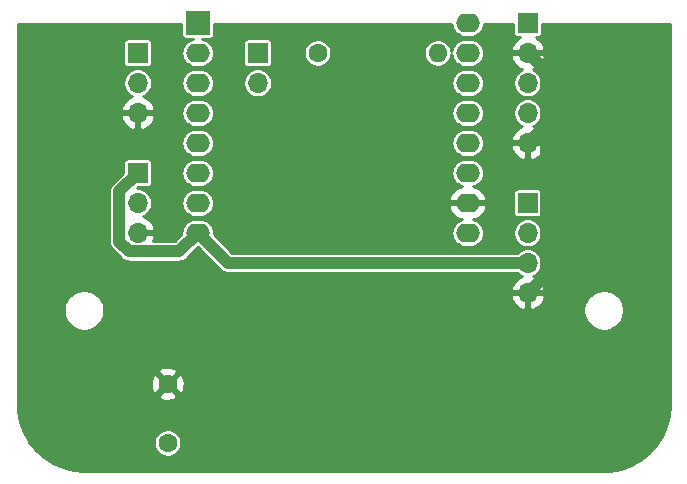
<source format=gbr>
%TF.GenerationSoftware,KiCad,Pcbnew,5.1.8*%
%TF.CreationDate,2020-11-27T01:12:46+01:00*%
%TF.ProjectId,co2box,636f3262-6f78-42e6-9b69-6361645f7063,v0*%
%TF.SameCoordinates,Original*%
%TF.FileFunction,Copper,L2,Bot*%
%TF.FilePolarity,Positive*%
%FSLAX46Y46*%
G04 Gerber Fmt 4.6, Leading zero omitted, Abs format (unit mm)*
G04 Created by KiCad (PCBNEW 5.1.8) date 2020-11-27 01:12:46*
%MOMM*%
%LPD*%
G01*
G04 APERTURE LIST*
%TA.AperFunction,ComponentPad*%
%ADD10O,1.600000X1.600000*%
%TD*%
%TA.AperFunction,ComponentPad*%
%ADD11C,1.600000*%
%TD*%
%TA.AperFunction,ComponentPad*%
%ADD12O,1.700000X1.700000*%
%TD*%
%TA.AperFunction,ComponentPad*%
%ADD13R,1.700000X1.700000*%
%TD*%
%TA.AperFunction,ComponentPad*%
%ADD14O,2.000000X1.600000*%
%TD*%
%TA.AperFunction,ComponentPad*%
%ADD15R,2.000000X2.000000*%
%TD*%
%TA.AperFunction,Conductor*%
%ADD16C,1.000000*%
%TD*%
%TA.AperFunction,Conductor*%
%ADD17C,0.250000*%
%TD*%
%TA.AperFunction,Conductor*%
%ADD18C,0.100000*%
%TD*%
G04 APERTURE END LIST*
D10*
%TO.P,R1,2*%
%TO.N,Net-(R1-Pad2)*%
X154940000Y-76200000D03*
D11*
%TO.P,R1,1*%
%TO.N,TO_DI*%
X144780000Y-76200000D03*
%TD*%
%TO.P,C1,2*%
%TO.N,GND*%
X132080000Y-104220000D03*
%TO.P,C1,1*%
%TO.N,+5V*%
X132080000Y-109220000D03*
%TD*%
D12*
%TO.P,J_WS2812B_1,3*%
%TO.N,GND*%
X129540000Y-81280000D03*
%TO.P,J_WS2812B_1,2*%
%TO.N,+5V*%
X129540000Y-78740000D03*
D13*
%TO.P,J_WS2812B_1,1*%
%TO.N,TO_DI*%
X129540000Y-76200000D03*
%TD*%
D12*
%TO.P,J_OLED_1,4*%
%TO.N,GND*%
X162560000Y-96520000D03*
%TO.P,J_OLED_1,3*%
%TO.N,+3V3*%
X162560000Y-93980000D03*
%TO.P,J_OLED_1,2*%
%TO.N,SCL*%
X162560000Y-91440000D03*
D13*
%TO.P,J_OLED_1,1*%
%TO.N,SDA*%
X162560000Y-88900000D03*
%TD*%
D12*
%TO.P,J_DHT22,3*%
%TO.N,GND*%
X129540000Y-91440000D03*
%TO.P,J_DHT22,2*%
%TO.N,DHT*%
X129540000Y-88900000D03*
D13*
%TO.P,J_DHT22,1*%
%TO.N,+3V3*%
X129540000Y-86360000D03*
%TD*%
D12*
%TO.P,J1,2*%
%TO.N,Net-(J1-Pad2)*%
X139700000Y-78740000D03*
D13*
%TO.P,J1,1*%
%TO.N,Net-(J1-Pad1)*%
X139700000Y-76200000D03*
%TD*%
D12*
%TO.P,J_CCS811,5*%
%TO.N,GND*%
X162560000Y-83820000D03*
%TO.P,J_CCS811,4*%
%TO.N,SDA*%
X162560000Y-81280000D03*
%TO.P,J_CCS811,3*%
%TO.N,SCL*%
X162560000Y-78740000D03*
%TO.P,J_CCS811,2*%
%TO.N,GND*%
X162560000Y-76200000D03*
D13*
%TO.P,J_CCS811,1*%
%TO.N,+3V3*%
X162560000Y-73660000D03*
%TD*%
D14*
%TO.P,U1,16*%
%TO.N,N/C*%
X157480000Y-73660000D03*
%TO.P,U1,15*%
%TO.N,Net-(R1-Pad2)*%
X157480000Y-76200000D03*
%TO.P,U1,14*%
%TO.N,SCL*%
X157480000Y-78740000D03*
%TO.P,U1,13*%
%TO.N,SDA*%
X157480000Y-81280000D03*
%TO.P,U1,12*%
%TO.N,N/C*%
X157480000Y-83820000D03*
%TO.P,U1,11*%
%TO.N,DHT*%
X157480000Y-86360000D03*
%TO.P,U1,10*%
%TO.N,GND*%
X157480000Y-88900000D03*
%TO.P,U1,9*%
%TO.N,+5V*%
X157480000Y-91440000D03*
%TO.P,U1,8*%
%TO.N,+3V3*%
X134620000Y-91440000D03*
%TO.P,U1,7*%
%TO.N,N/C*%
X134620000Y-88900000D03*
%TO.P,U1,6*%
X134620000Y-86360000D03*
%TO.P,U1,5*%
X134620000Y-83820000D03*
%TO.P,U1,4*%
X134620000Y-81280000D03*
%TO.P,U1,3*%
%TO.N,Net-(J1-Pad2)*%
X134620000Y-78740000D03*
D15*
%TO.P,U1,1*%
%TO.N,Net-(J1-Pad1)*%
X134620000Y-73660000D03*
D14*
%TO.P,U1,2*%
%TO.N,N/C*%
X134620000Y-76200000D03*
%TD*%
D16*
%TO.N,GND*%
X164110001Y-94969999D02*
X162560000Y-96520000D01*
X164110001Y-77750001D02*
X164110001Y-94969999D01*
X162560000Y-76200000D02*
X164110001Y-77750001D01*
X164110001Y-82269999D02*
X164110001Y-77750001D01*
X162560000Y-83820000D02*
X164110001Y-82269999D01*
%TO.N,+3V3*%
X127989999Y-87910001D02*
X129540000Y-86360000D01*
X128795999Y-92990001D02*
X127989999Y-92184001D01*
X133069999Y-92990001D02*
X128795999Y-92990001D01*
X127989999Y-92184001D02*
X127989999Y-87910001D01*
X134620000Y-91440000D02*
X133069999Y-92990001D01*
X137160000Y-93980000D02*
X134620000Y-91440000D01*
X162560000Y-93980000D02*
X137160000Y-93980000D01*
%TD*%
D17*
%TO.N,GND*%
X133243186Y-74660000D02*
X133250426Y-74733513D01*
X133271869Y-74804200D01*
X133306691Y-74869347D01*
X133353552Y-74926448D01*
X133410653Y-74973309D01*
X133475800Y-75008131D01*
X133546487Y-75029574D01*
X133620000Y-75036814D01*
X134242333Y-75036814D01*
X134189660Y-75042002D01*
X133968171Y-75109189D01*
X133764047Y-75218296D01*
X133585130Y-75365130D01*
X133438296Y-75544047D01*
X133329189Y-75748171D01*
X133262002Y-75969660D01*
X133239315Y-76200000D01*
X133262002Y-76430340D01*
X133329189Y-76651829D01*
X133438296Y-76855953D01*
X133585130Y-77034870D01*
X133764047Y-77181704D01*
X133968171Y-77290811D01*
X134189660Y-77357998D01*
X134362280Y-77375000D01*
X134877720Y-77375000D01*
X135050340Y-77357998D01*
X135271829Y-77290811D01*
X135475953Y-77181704D01*
X135654870Y-77034870D01*
X135801704Y-76855953D01*
X135910811Y-76651829D01*
X135977998Y-76430340D01*
X136000685Y-76200000D01*
X135977998Y-75969660D01*
X135910811Y-75748171D01*
X135801704Y-75544047D01*
X135654870Y-75365130D01*
X135636435Y-75350000D01*
X138473186Y-75350000D01*
X138473186Y-77050000D01*
X138480426Y-77123513D01*
X138501869Y-77194200D01*
X138536691Y-77259347D01*
X138583552Y-77316448D01*
X138640653Y-77363309D01*
X138705800Y-77398131D01*
X138776487Y-77419574D01*
X138850000Y-77426814D01*
X140550000Y-77426814D01*
X140623513Y-77419574D01*
X140694200Y-77398131D01*
X140759347Y-77363309D01*
X140816448Y-77316448D01*
X140863309Y-77259347D01*
X140898131Y-77194200D01*
X140919574Y-77123513D01*
X140926814Y-77050000D01*
X140926814Y-76084273D01*
X143605000Y-76084273D01*
X143605000Y-76315727D01*
X143650155Y-76542735D01*
X143738729Y-76756571D01*
X143867318Y-76949019D01*
X144030981Y-77112682D01*
X144223429Y-77241271D01*
X144437265Y-77329845D01*
X144664273Y-77375000D01*
X144895727Y-77375000D01*
X145122735Y-77329845D01*
X145336571Y-77241271D01*
X145529019Y-77112682D01*
X145692682Y-76949019D01*
X145821271Y-76756571D01*
X145909845Y-76542735D01*
X145955000Y-76315727D01*
X145955000Y-76084273D01*
X153765000Y-76084273D01*
X153765000Y-76315727D01*
X153810155Y-76542735D01*
X153898729Y-76756571D01*
X154027318Y-76949019D01*
X154190981Y-77112682D01*
X154383429Y-77241271D01*
X154597265Y-77329845D01*
X154824273Y-77375000D01*
X155055727Y-77375000D01*
X155282735Y-77329845D01*
X155496571Y-77241271D01*
X155689019Y-77112682D01*
X155852682Y-76949019D01*
X155981271Y-76756571D01*
X156069845Y-76542735D01*
X156112133Y-76330140D01*
X156122002Y-76430340D01*
X156189189Y-76651829D01*
X156298296Y-76855953D01*
X156445130Y-77034870D01*
X156624047Y-77181704D01*
X156828171Y-77290811D01*
X157049660Y-77357998D01*
X157222280Y-77375000D01*
X157737720Y-77375000D01*
X157910340Y-77357998D01*
X158131829Y-77290811D01*
X158335953Y-77181704D01*
X158514870Y-77034870D01*
X158661704Y-76855953D01*
X158770811Y-76651829D01*
X158799114Y-76558525D01*
X161120990Y-76558525D01*
X161164317Y-76701370D01*
X161288947Y-76964021D01*
X161462423Y-77197311D01*
X161678078Y-77392275D01*
X161927625Y-77541420D01*
X162102279Y-77603664D01*
X161979745Y-77654419D01*
X161779108Y-77788481D01*
X161608481Y-77959108D01*
X161474419Y-78159745D01*
X161382076Y-78382681D01*
X161335000Y-78619348D01*
X161335000Y-78860652D01*
X161382076Y-79097319D01*
X161474419Y-79320255D01*
X161608481Y-79520892D01*
X161779108Y-79691519D01*
X161979745Y-79825581D01*
X162202681Y-79917924D01*
X162439348Y-79965000D01*
X162680652Y-79965000D01*
X162917319Y-79917924D01*
X163140255Y-79825581D01*
X163340892Y-79691519D01*
X163511519Y-79520892D01*
X163645581Y-79320255D01*
X163737924Y-79097319D01*
X163785000Y-78860652D01*
X163785000Y-78619348D01*
X163737924Y-78382681D01*
X163645581Y-78159745D01*
X163511519Y-77959108D01*
X163340892Y-77788481D01*
X163140255Y-77654419D01*
X163017721Y-77603664D01*
X163192375Y-77541420D01*
X163441922Y-77392275D01*
X163657577Y-77197311D01*
X163831053Y-76964021D01*
X163955683Y-76701370D01*
X163999010Y-76558525D01*
X163878454Y-76329000D01*
X162689000Y-76329000D01*
X162689000Y-76349000D01*
X162431000Y-76349000D01*
X162431000Y-76329000D01*
X161241546Y-76329000D01*
X161120990Y-76558525D01*
X158799114Y-76558525D01*
X158837998Y-76430340D01*
X158860685Y-76200000D01*
X158837998Y-75969660D01*
X158770811Y-75748171D01*
X158661704Y-75544047D01*
X158514870Y-75365130D01*
X158335953Y-75218296D01*
X158131829Y-75109189D01*
X157910340Y-75042002D01*
X157737720Y-75025000D01*
X157222280Y-75025000D01*
X157049660Y-75042002D01*
X156828171Y-75109189D01*
X156624047Y-75218296D01*
X156445130Y-75365130D01*
X156298296Y-75544047D01*
X156189189Y-75748171D01*
X156122002Y-75969660D01*
X156112133Y-76069860D01*
X156069845Y-75857265D01*
X155981271Y-75643429D01*
X155852682Y-75450981D01*
X155689019Y-75287318D01*
X155496571Y-75158729D01*
X155282735Y-75070155D01*
X155055727Y-75025000D01*
X154824273Y-75025000D01*
X154597265Y-75070155D01*
X154383429Y-75158729D01*
X154190981Y-75287318D01*
X154027318Y-75450981D01*
X153898729Y-75643429D01*
X153810155Y-75857265D01*
X153765000Y-76084273D01*
X145955000Y-76084273D01*
X145909845Y-75857265D01*
X145821271Y-75643429D01*
X145692682Y-75450981D01*
X145529019Y-75287318D01*
X145336571Y-75158729D01*
X145122735Y-75070155D01*
X144895727Y-75025000D01*
X144664273Y-75025000D01*
X144437265Y-75070155D01*
X144223429Y-75158729D01*
X144030981Y-75287318D01*
X143867318Y-75450981D01*
X143738729Y-75643429D01*
X143650155Y-75857265D01*
X143605000Y-76084273D01*
X140926814Y-76084273D01*
X140926814Y-75350000D01*
X140919574Y-75276487D01*
X140898131Y-75205800D01*
X140863309Y-75140653D01*
X140816448Y-75083552D01*
X140759347Y-75036691D01*
X140694200Y-75001869D01*
X140623513Y-74980426D01*
X140550000Y-74973186D01*
X138850000Y-74973186D01*
X138776487Y-74980426D01*
X138705800Y-75001869D01*
X138640653Y-75036691D01*
X138583552Y-75083552D01*
X138536691Y-75140653D01*
X138501869Y-75205800D01*
X138480426Y-75276487D01*
X138473186Y-75350000D01*
X135636435Y-75350000D01*
X135475953Y-75218296D01*
X135271829Y-75109189D01*
X135050340Y-75042002D01*
X134997667Y-75036814D01*
X135620000Y-75036814D01*
X135693513Y-75029574D01*
X135764200Y-75008131D01*
X135829347Y-74973309D01*
X135886448Y-74926448D01*
X135933309Y-74869347D01*
X135968131Y-74804200D01*
X135989574Y-74733513D01*
X135996814Y-74660000D01*
X135996814Y-73785000D01*
X156111627Y-73785000D01*
X156122002Y-73890340D01*
X156189189Y-74111829D01*
X156298296Y-74315953D01*
X156445130Y-74494870D01*
X156624047Y-74641704D01*
X156828171Y-74750811D01*
X157049660Y-74817998D01*
X157222280Y-74835000D01*
X157737720Y-74835000D01*
X157910340Y-74817998D01*
X158131829Y-74750811D01*
X158335953Y-74641704D01*
X158514870Y-74494870D01*
X158661704Y-74315953D01*
X158770811Y-74111829D01*
X158837998Y-73890340D01*
X158848373Y-73785000D01*
X161333186Y-73785000D01*
X161333186Y-74510000D01*
X161340426Y-74583513D01*
X161361869Y-74654200D01*
X161396691Y-74719347D01*
X161443552Y-74776448D01*
X161500653Y-74823309D01*
X161565800Y-74858131D01*
X161636487Y-74879574D01*
X161710000Y-74886814D01*
X161880384Y-74886814D01*
X161678078Y-75007725D01*
X161462423Y-75202689D01*
X161288947Y-75435979D01*
X161164317Y-75698630D01*
X161120990Y-75841475D01*
X161241546Y-76071000D01*
X162431000Y-76071000D01*
X162431000Y-76051000D01*
X162689000Y-76051000D01*
X162689000Y-76071000D01*
X163878454Y-76071000D01*
X163999010Y-75841475D01*
X163955683Y-75698630D01*
X163831053Y-75435979D01*
X163657577Y-75202689D01*
X163441922Y-75007725D01*
X163239616Y-74886814D01*
X163410000Y-74886814D01*
X163483513Y-74879574D01*
X163554200Y-74858131D01*
X163619347Y-74823309D01*
X163676448Y-74776448D01*
X163723309Y-74719347D01*
X163758131Y-74654200D01*
X163779574Y-74583513D01*
X163786814Y-74510000D01*
X163786814Y-73785000D01*
X174600001Y-73785000D01*
X174600000Y-105983585D01*
X174523473Y-106914404D01*
X174299958Y-107804253D01*
X173934110Y-108645647D01*
X173435751Y-109415992D01*
X172818274Y-110094589D01*
X172098241Y-110663237D01*
X171295017Y-111106641D01*
X170430147Y-111412907D01*
X169519971Y-111575034D01*
X168990573Y-111600000D01*
X125016415Y-111600000D01*
X124085596Y-111523473D01*
X123195747Y-111299958D01*
X122354353Y-110934110D01*
X121584008Y-110435751D01*
X120905411Y-109818274D01*
X120341527Y-109104273D01*
X130905000Y-109104273D01*
X130905000Y-109335727D01*
X130950155Y-109562735D01*
X131038729Y-109776571D01*
X131167318Y-109969019D01*
X131330981Y-110132682D01*
X131523429Y-110261271D01*
X131737265Y-110349845D01*
X131964273Y-110395000D01*
X132195727Y-110395000D01*
X132422735Y-110349845D01*
X132636571Y-110261271D01*
X132829019Y-110132682D01*
X132992682Y-109969019D01*
X133121271Y-109776571D01*
X133209845Y-109562735D01*
X133255000Y-109335727D01*
X133255000Y-109104273D01*
X133209845Y-108877265D01*
X133121271Y-108663429D01*
X132992682Y-108470981D01*
X132829019Y-108307318D01*
X132636571Y-108178729D01*
X132422735Y-108090155D01*
X132195727Y-108045000D01*
X131964273Y-108045000D01*
X131737265Y-108090155D01*
X131523429Y-108178729D01*
X131330981Y-108307318D01*
X131167318Y-108470981D01*
X131038729Y-108663429D01*
X130950155Y-108877265D01*
X130905000Y-109104273D01*
X120341527Y-109104273D01*
X120336763Y-109098241D01*
X119893359Y-108295017D01*
X119587093Y-107430147D01*
X119424966Y-106519971D01*
X119400000Y-105990573D01*
X119400000Y-105212902D01*
X131269531Y-105212902D01*
X131341394Y-105456071D01*
X131596732Y-105576415D01*
X131870641Y-105644632D01*
X132152596Y-105658102D01*
X132431761Y-105616307D01*
X132697408Y-105520852D01*
X132818606Y-105456071D01*
X132890469Y-105212902D01*
X132080000Y-104402434D01*
X131269531Y-105212902D01*
X119400000Y-105212902D01*
X119400000Y-104292596D01*
X130641898Y-104292596D01*
X130683693Y-104571761D01*
X130779148Y-104837408D01*
X130843929Y-104958606D01*
X131087098Y-105030469D01*
X131897566Y-104220000D01*
X132262434Y-104220000D01*
X133072902Y-105030469D01*
X133316071Y-104958606D01*
X133436415Y-104703268D01*
X133504632Y-104429359D01*
X133518102Y-104147404D01*
X133476307Y-103868239D01*
X133380852Y-103602592D01*
X133316071Y-103481394D01*
X133072902Y-103409531D01*
X132262434Y-104220000D01*
X131897566Y-104220000D01*
X131087098Y-103409531D01*
X130843929Y-103481394D01*
X130723585Y-103736732D01*
X130655368Y-104010641D01*
X130641898Y-104292596D01*
X119400000Y-104292596D01*
X119400000Y-103227098D01*
X131269531Y-103227098D01*
X132080000Y-104037566D01*
X132890469Y-103227098D01*
X132818606Y-102983929D01*
X132563268Y-102863585D01*
X132289359Y-102795368D01*
X132007404Y-102781898D01*
X131728239Y-102823693D01*
X131462592Y-102919148D01*
X131341394Y-102983929D01*
X131269531Y-103227098D01*
X119400000Y-103227098D01*
X119400000Y-97830102D01*
X123275000Y-97830102D01*
X123275000Y-98169898D01*
X123341290Y-98503164D01*
X123471324Y-98817094D01*
X123660105Y-99099624D01*
X123900376Y-99339895D01*
X124182906Y-99528676D01*
X124496836Y-99658710D01*
X124830102Y-99725000D01*
X125169898Y-99725000D01*
X125503164Y-99658710D01*
X125817094Y-99528676D01*
X126099624Y-99339895D01*
X126339895Y-99099624D01*
X126528676Y-98817094D01*
X126658710Y-98503164D01*
X126725000Y-98169898D01*
X126725000Y-97830102D01*
X126658710Y-97496836D01*
X126528676Y-97182906D01*
X126339895Y-96900376D01*
X126318044Y-96878525D01*
X161120990Y-96878525D01*
X161164317Y-97021370D01*
X161288947Y-97284021D01*
X161462423Y-97517311D01*
X161678078Y-97712275D01*
X161927625Y-97861420D01*
X162201474Y-97959015D01*
X162431000Y-97839134D01*
X162431000Y-96649000D01*
X162689000Y-96649000D01*
X162689000Y-97839134D01*
X162918526Y-97959015D01*
X163192375Y-97861420D01*
X163244775Y-97830102D01*
X167275000Y-97830102D01*
X167275000Y-98169898D01*
X167341290Y-98503164D01*
X167471324Y-98817094D01*
X167660105Y-99099624D01*
X167900376Y-99339895D01*
X168182906Y-99528676D01*
X168496836Y-99658710D01*
X168830102Y-99725000D01*
X169169898Y-99725000D01*
X169503164Y-99658710D01*
X169817094Y-99528676D01*
X170099624Y-99339895D01*
X170339895Y-99099624D01*
X170528676Y-98817094D01*
X170658710Y-98503164D01*
X170725000Y-98169898D01*
X170725000Y-97830102D01*
X170658710Y-97496836D01*
X170528676Y-97182906D01*
X170339895Y-96900376D01*
X170099624Y-96660105D01*
X169817094Y-96471324D01*
X169503164Y-96341290D01*
X169169898Y-96275000D01*
X168830102Y-96275000D01*
X168496836Y-96341290D01*
X168182906Y-96471324D01*
X167900376Y-96660105D01*
X167660105Y-96900376D01*
X167471324Y-97182906D01*
X167341290Y-97496836D01*
X167275000Y-97830102D01*
X163244775Y-97830102D01*
X163441922Y-97712275D01*
X163657577Y-97517311D01*
X163831053Y-97284021D01*
X163955683Y-97021370D01*
X163999010Y-96878525D01*
X163878454Y-96649000D01*
X162689000Y-96649000D01*
X162431000Y-96649000D01*
X161241546Y-96649000D01*
X161120990Y-96878525D01*
X126318044Y-96878525D01*
X126099624Y-96660105D01*
X125817094Y-96471324D01*
X125503164Y-96341290D01*
X125169898Y-96275000D01*
X124830102Y-96275000D01*
X124496836Y-96341290D01*
X124182906Y-96471324D01*
X123900376Y-96660105D01*
X123660105Y-96900376D01*
X123471324Y-97182906D01*
X123341290Y-97496836D01*
X123275000Y-97830102D01*
X119400000Y-97830102D01*
X119400000Y-87910001D01*
X127110766Y-87910001D01*
X127115000Y-87952990D01*
X127114999Y-92141022D01*
X127110766Y-92184001D01*
X127114999Y-92226979D01*
X127127660Y-92355530D01*
X127177694Y-92520468D01*
X127258943Y-92672476D01*
X127368287Y-92805713D01*
X127401679Y-92833117D01*
X128146887Y-93578326D01*
X128174287Y-93611713D01*
X128307523Y-93721057D01*
X128459531Y-93802306D01*
X128624468Y-93852340D01*
X128795998Y-93869234D01*
X128838977Y-93865001D01*
X133027020Y-93865001D01*
X133069999Y-93869234D01*
X133112978Y-93865001D01*
X133241529Y-93852340D01*
X133406467Y-93802306D01*
X133558475Y-93721057D01*
X133691711Y-93611713D01*
X133719116Y-93578320D01*
X134620000Y-92677436D01*
X136510888Y-94568325D01*
X136538288Y-94601712D01*
X136671524Y-94711056D01*
X136823532Y-94792305D01*
X136950080Y-94830694D01*
X136988469Y-94842339D01*
X137159999Y-94859233D01*
X137202978Y-94855000D01*
X161702589Y-94855000D01*
X161779108Y-94931519D01*
X161979745Y-95065581D01*
X162102279Y-95116336D01*
X161927625Y-95178580D01*
X161678078Y-95327725D01*
X161462423Y-95522689D01*
X161288947Y-95755979D01*
X161164317Y-96018630D01*
X161120990Y-96161475D01*
X161241546Y-96391000D01*
X162431000Y-96391000D01*
X162431000Y-96371000D01*
X162689000Y-96371000D01*
X162689000Y-96391000D01*
X163878454Y-96391000D01*
X163999010Y-96161475D01*
X163955683Y-96018630D01*
X163831053Y-95755979D01*
X163657577Y-95522689D01*
X163441922Y-95327725D01*
X163192375Y-95178580D01*
X163017721Y-95116336D01*
X163140255Y-95065581D01*
X163340892Y-94931519D01*
X163511519Y-94760892D01*
X163645581Y-94560255D01*
X163737924Y-94337319D01*
X163785000Y-94100652D01*
X163785000Y-93859348D01*
X163737924Y-93622681D01*
X163645581Y-93399745D01*
X163511519Y-93199108D01*
X163340892Y-93028481D01*
X163140255Y-92894419D01*
X162917319Y-92802076D01*
X162680652Y-92755000D01*
X162439348Y-92755000D01*
X162202681Y-92802076D01*
X161979745Y-92894419D01*
X161779108Y-93028481D01*
X161702589Y-93105000D01*
X137522437Y-93105000D01*
X135987841Y-91570405D01*
X136000685Y-91440000D01*
X135977998Y-91209660D01*
X135910811Y-90988171D01*
X135801704Y-90784047D01*
X135654870Y-90605130D01*
X135475953Y-90458296D01*
X135271829Y-90349189D01*
X135050340Y-90282002D01*
X134877720Y-90265000D01*
X134362280Y-90265000D01*
X134189660Y-90282002D01*
X133968171Y-90349189D01*
X133764047Y-90458296D01*
X133585130Y-90605130D01*
X133438296Y-90784047D01*
X133329189Y-90988171D01*
X133262002Y-91209660D01*
X133239315Y-91440000D01*
X133252159Y-91570405D01*
X132707563Y-92115001D01*
X130853294Y-92115001D01*
X130935683Y-91941370D01*
X130979010Y-91798525D01*
X130858454Y-91569000D01*
X129669000Y-91569000D01*
X129669000Y-91589000D01*
X129411000Y-91589000D01*
X129411000Y-91569000D01*
X129391000Y-91569000D01*
X129391000Y-91311000D01*
X129411000Y-91311000D01*
X129411000Y-91291000D01*
X129669000Y-91291000D01*
X129669000Y-91311000D01*
X130858454Y-91311000D01*
X130979010Y-91081475D01*
X130935683Y-90938630D01*
X130811053Y-90675979D01*
X130637577Y-90442689D01*
X130421922Y-90247725D01*
X130172375Y-90098580D01*
X129997721Y-90036336D01*
X130120255Y-89985581D01*
X130320892Y-89851519D01*
X130491519Y-89680892D01*
X130625581Y-89480255D01*
X130717924Y-89257319D01*
X130765000Y-89020652D01*
X130765000Y-88900000D01*
X133239315Y-88900000D01*
X133262002Y-89130340D01*
X133329189Y-89351829D01*
X133438296Y-89555953D01*
X133585130Y-89734870D01*
X133764047Y-89881704D01*
X133968171Y-89990811D01*
X134189660Y-90057998D01*
X134362280Y-90075000D01*
X134877720Y-90075000D01*
X135050340Y-90057998D01*
X135271829Y-89990811D01*
X135475953Y-89881704D01*
X135654870Y-89734870D01*
X135801704Y-89555953D01*
X135910811Y-89351829D01*
X135941496Y-89250672D01*
X155890569Y-89250672D01*
X155900068Y-89304309D01*
X156005460Y-89565752D01*
X156159832Y-89801610D01*
X156357251Y-90002820D01*
X156590131Y-90161649D01*
X156849522Y-90271994D01*
X156987600Y-90300827D01*
X156828171Y-90349189D01*
X156624047Y-90458296D01*
X156445130Y-90605130D01*
X156298296Y-90784047D01*
X156189189Y-90988171D01*
X156122002Y-91209660D01*
X156099315Y-91440000D01*
X156122002Y-91670340D01*
X156189189Y-91891829D01*
X156298296Y-92095953D01*
X156445130Y-92274870D01*
X156624047Y-92421704D01*
X156828171Y-92530811D01*
X157049660Y-92597998D01*
X157222280Y-92615000D01*
X157737720Y-92615000D01*
X157910340Y-92597998D01*
X158131829Y-92530811D01*
X158335953Y-92421704D01*
X158514870Y-92274870D01*
X158661704Y-92095953D01*
X158770811Y-91891829D01*
X158837998Y-91670340D01*
X158860685Y-91440000D01*
X158848802Y-91319348D01*
X161335000Y-91319348D01*
X161335000Y-91560652D01*
X161382076Y-91797319D01*
X161474419Y-92020255D01*
X161608481Y-92220892D01*
X161779108Y-92391519D01*
X161979745Y-92525581D01*
X162202681Y-92617924D01*
X162439348Y-92665000D01*
X162680652Y-92665000D01*
X162917319Y-92617924D01*
X163140255Y-92525581D01*
X163340892Y-92391519D01*
X163511519Y-92220892D01*
X163645581Y-92020255D01*
X163737924Y-91797319D01*
X163785000Y-91560652D01*
X163785000Y-91319348D01*
X163737924Y-91082681D01*
X163645581Y-90859745D01*
X163511519Y-90659108D01*
X163340892Y-90488481D01*
X163140255Y-90354419D01*
X162917319Y-90262076D01*
X162680652Y-90215000D01*
X162439348Y-90215000D01*
X162202681Y-90262076D01*
X161979745Y-90354419D01*
X161779108Y-90488481D01*
X161608481Y-90659108D01*
X161474419Y-90859745D01*
X161382076Y-91082681D01*
X161335000Y-91319348D01*
X158848802Y-91319348D01*
X158837998Y-91209660D01*
X158770811Y-90988171D01*
X158661704Y-90784047D01*
X158514870Y-90605130D01*
X158335953Y-90458296D01*
X158131829Y-90349189D01*
X157972400Y-90300827D01*
X158110478Y-90271994D01*
X158369869Y-90161649D01*
X158602749Y-90002820D01*
X158800168Y-89801610D01*
X158954540Y-89565752D01*
X159059932Y-89304309D01*
X159069431Y-89250672D01*
X158948206Y-89029000D01*
X157609000Y-89029000D01*
X157609000Y-89049000D01*
X157351000Y-89049000D01*
X157351000Y-89029000D01*
X156011794Y-89029000D01*
X155890569Y-89250672D01*
X135941496Y-89250672D01*
X135977998Y-89130340D01*
X136000685Y-88900000D01*
X135977998Y-88669660D01*
X135941497Y-88549328D01*
X155890569Y-88549328D01*
X156011794Y-88771000D01*
X157351000Y-88771000D01*
X157351000Y-88751000D01*
X157609000Y-88751000D01*
X157609000Y-88771000D01*
X158948206Y-88771000D01*
X159069431Y-88549328D01*
X159059932Y-88495691D01*
X158954540Y-88234248D01*
X158833948Y-88050000D01*
X161333186Y-88050000D01*
X161333186Y-89750000D01*
X161340426Y-89823513D01*
X161361869Y-89894200D01*
X161396691Y-89959347D01*
X161443552Y-90016448D01*
X161500653Y-90063309D01*
X161565800Y-90098131D01*
X161636487Y-90119574D01*
X161710000Y-90126814D01*
X163410000Y-90126814D01*
X163483513Y-90119574D01*
X163554200Y-90098131D01*
X163619347Y-90063309D01*
X163676448Y-90016448D01*
X163723309Y-89959347D01*
X163758131Y-89894200D01*
X163779574Y-89823513D01*
X163786814Y-89750000D01*
X163786814Y-88050000D01*
X163779574Y-87976487D01*
X163758131Y-87905800D01*
X163723309Y-87840653D01*
X163676448Y-87783552D01*
X163619347Y-87736691D01*
X163554200Y-87701869D01*
X163483513Y-87680426D01*
X163410000Y-87673186D01*
X161710000Y-87673186D01*
X161636487Y-87680426D01*
X161565800Y-87701869D01*
X161500653Y-87736691D01*
X161443552Y-87783552D01*
X161396691Y-87840653D01*
X161361869Y-87905800D01*
X161340426Y-87976487D01*
X161333186Y-88050000D01*
X158833948Y-88050000D01*
X158800168Y-87998390D01*
X158602749Y-87797180D01*
X158369869Y-87638351D01*
X158110478Y-87528006D01*
X157972400Y-87499173D01*
X158131829Y-87450811D01*
X158335953Y-87341704D01*
X158514870Y-87194870D01*
X158661704Y-87015953D01*
X158770811Y-86811829D01*
X158837998Y-86590340D01*
X158860685Y-86360000D01*
X158837998Y-86129660D01*
X158770811Y-85908171D01*
X158661704Y-85704047D01*
X158514870Y-85525130D01*
X158335953Y-85378296D01*
X158131829Y-85269189D01*
X157910340Y-85202002D01*
X157737720Y-85185000D01*
X157222280Y-85185000D01*
X157049660Y-85202002D01*
X156828171Y-85269189D01*
X156624047Y-85378296D01*
X156445130Y-85525130D01*
X156298296Y-85704047D01*
X156189189Y-85908171D01*
X156122002Y-86129660D01*
X156099315Y-86360000D01*
X156122002Y-86590340D01*
X156189189Y-86811829D01*
X156298296Y-87015953D01*
X156445130Y-87194870D01*
X156624047Y-87341704D01*
X156828171Y-87450811D01*
X156987600Y-87499173D01*
X156849522Y-87528006D01*
X156590131Y-87638351D01*
X156357251Y-87797180D01*
X156159832Y-87998390D01*
X156005460Y-88234248D01*
X155900068Y-88495691D01*
X155890569Y-88549328D01*
X135941497Y-88549328D01*
X135910811Y-88448171D01*
X135801704Y-88244047D01*
X135654870Y-88065130D01*
X135475953Y-87918296D01*
X135271829Y-87809189D01*
X135050340Y-87742002D01*
X134877720Y-87725000D01*
X134362280Y-87725000D01*
X134189660Y-87742002D01*
X133968171Y-87809189D01*
X133764047Y-87918296D01*
X133585130Y-88065130D01*
X133438296Y-88244047D01*
X133329189Y-88448171D01*
X133262002Y-88669660D01*
X133239315Y-88900000D01*
X130765000Y-88900000D01*
X130765000Y-88779348D01*
X130717924Y-88542681D01*
X130625581Y-88319745D01*
X130491519Y-88119108D01*
X130320892Y-87948481D01*
X130120255Y-87814419D01*
X129897319Y-87722076D01*
X129660652Y-87675000D01*
X129462436Y-87675000D01*
X129550622Y-87586814D01*
X130390000Y-87586814D01*
X130463513Y-87579574D01*
X130534200Y-87558131D01*
X130599347Y-87523309D01*
X130656448Y-87476448D01*
X130703309Y-87419347D01*
X130738131Y-87354200D01*
X130759574Y-87283513D01*
X130766814Y-87210000D01*
X130766814Y-86360000D01*
X133239315Y-86360000D01*
X133262002Y-86590340D01*
X133329189Y-86811829D01*
X133438296Y-87015953D01*
X133585130Y-87194870D01*
X133764047Y-87341704D01*
X133968171Y-87450811D01*
X134189660Y-87517998D01*
X134362280Y-87535000D01*
X134877720Y-87535000D01*
X135050340Y-87517998D01*
X135271829Y-87450811D01*
X135475953Y-87341704D01*
X135654870Y-87194870D01*
X135801704Y-87015953D01*
X135910811Y-86811829D01*
X135977998Y-86590340D01*
X136000685Y-86360000D01*
X135977998Y-86129660D01*
X135910811Y-85908171D01*
X135801704Y-85704047D01*
X135654870Y-85525130D01*
X135475953Y-85378296D01*
X135271829Y-85269189D01*
X135050340Y-85202002D01*
X134877720Y-85185000D01*
X134362280Y-85185000D01*
X134189660Y-85202002D01*
X133968171Y-85269189D01*
X133764047Y-85378296D01*
X133585130Y-85525130D01*
X133438296Y-85704047D01*
X133329189Y-85908171D01*
X133262002Y-86129660D01*
X133239315Y-86360000D01*
X130766814Y-86360000D01*
X130766814Y-85510000D01*
X130759574Y-85436487D01*
X130738131Y-85365800D01*
X130703309Y-85300653D01*
X130656448Y-85243552D01*
X130599347Y-85196691D01*
X130534200Y-85161869D01*
X130463513Y-85140426D01*
X130390000Y-85133186D01*
X128690000Y-85133186D01*
X128616487Y-85140426D01*
X128545800Y-85161869D01*
X128480653Y-85196691D01*
X128423552Y-85243552D01*
X128376691Y-85300653D01*
X128341869Y-85365800D01*
X128320426Y-85436487D01*
X128313186Y-85510000D01*
X128313186Y-86349378D01*
X127401675Y-87260889D01*
X127368288Y-87288289D01*
X127258944Y-87421525D01*
X127215515Y-87502775D01*
X127177694Y-87573534D01*
X127127660Y-87738472D01*
X127110766Y-87910001D01*
X119400000Y-87910001D01*
X119400000Y-83820000D01*
X133239315Y-83820000D01*
X133262002Y-84050340D01*
X133329189Y-84271829D01*
X133438296Y-84475953D01*
X133585130Y-84654870D01*
X133764047Y-84801704D01*
X133968171Y-84910811D01*
X134189660Y-84977998D01*
X134362280Y-84995000D01*
X134877720Y-84995000D01*
X135050340Y-84977998D01*
X135271829Y-84910811D01*
X135475953Y-84801704D01*
X135654870Y-84654870D01*
X135801704Y-84475953D01*
X135910811Y-84271829D01*
X135977998Y-84050340D01*
X136000685Y-83820000D01*
X156099315Y-83820000D01*
X156122002Y-84050340D01*
X156189189Y-84271829D01*
X156298296Y-84475953D01*
X156445130Y-84654870D01*
X156624047Y-84801704D01*
X156828171Y-84910811D01*
X157049660Y-84977998D01*
X157222280Y-84995000D01*
X157737720Y-84995000D01*
X157910340Y-84977998D01*
X158131829Y-84910811D01*
X158335953Y-84801704D01*
X158514870Y-84654870D01*
X158661704Y-84475953D01*
X158770811Y-84271829D01*
X158799114Y-84178525D01*
X161120990Y-84178525D01*
X161164317Y-84321370D01*
X161288947Y-84584021D01*
X161462423Y-84817311D01*
X161678078Y-85012275D01*
X161927625Y-85161420D01*
X162201474Y-85259015D01*
X162431000Y-85139134D01*
X162431000Y-83949000D01*
X162689000Y-83949000D01*
X162689000Y-85139134D01*
X162918526Y-85259015D01*
X163192375Y-85161420D01*
X163441922Y-85012275D01*
X163657577Y-84817311D01*
X163831053Y-84584021D01*
X163955683Y-84321370D01*
X163999010Y-84178525D01*
X163878454Y-83949000D01*
X162689000Y-83949000D01*
X162431000Y-83949000D01*
X161241546Y-83949000D01*
X161120990Y-84178525D01*
X158799114Y-84178525D01*
X158837998Y-84050340D01*
X158860685Y-83820000D01*
X158837998Y-83589660D01*
X158799115Y-83461475D01*
X161120990Y-83461475D01*
X161241546Y-83691000D01*
X162431000Y-83691000D01*
X162431000Y-83671000D01*
X162689000Y-83671000D01*
X162689000Y-83691000D01*
X163878454Y-83691000D01*
X163999010Y-83461475D01*
X163955683Y-83318630D01*
X163831053Y-83055979D01*
X163657577Y-82822689D01*
X163441922Y-82627725D01*
X163192375Y-82478580D01*
X163017721Y-82416336D01*
X163140255Y-82365581D01*
X163340892Y-82231519D01*
X163511519Y-82060892D01*
X163645581Y-81860255D01*
X163737924Y-81637319D01*
X163785000Y-81400652D01*
X163785000Y-81159348D01*
X163737924Y-80922681D01*
X163645581Y-80699745D01*
X163511519Y-80499108D01*
X163340892Y-80328481D01*
X163140255Y-80194419D01*
X162917319Y-80102076D01*
X162680652Y-80055000D01*
X162439348Y-80055000D01*
X162202681Y-80102076D01*
X161979745Y-80194419D01*
X161779108Y-80328481D01*
X161608481Y-80499108D01*
X161474419Y-80699745D01*
X161382076Y-80922681D01*
X161335000Y-81159348D01*
X161335000Y-81400652D01*
X161382076Y-81637319D01*
X161474419Y-81860255D01*
X161608481Y-82060892D01*
X161779108Y-82231519D01*
X161979745Y-82365581D01*
X162102279Y-82416336D01*
X161927625Y-82478580D01*
X161678078Y-82627725D01*
X161462423Y-82822689D01*
X161288947Y-83055979D01*
X161164317Y-83318630D01*
X161120990Y-83461475D01*
X158799115Y-83461475D01*
X158770811Y-83368171D01*
X158661704Y-83164047D01*
X158514870Y-82985130D01*
X158335953Y-82838296D01*
X158131829Y-82729189D01*
X157910340Y-82662002D01*
X157737720Y-82645000D01*
X157222280Y-82645000D01*
X157049660Y-82662002D01*
X156828171Y-82729189D01*
X156624047Y-82838296D01*
X156445130Y-82985130D01*
X156298296Y-83164047D01*
X156189189Y-83368171D01*
X156122002Y-83589660D01*
X156099315Y-83820000D01*
X136000685Y-83820000D01*
X135977998Y-83589660D01*
X135910811Y-83368171D01*
X135801704Y-83164047D01*
X135654870Y-82985130D01*
X135475953Y-82838296D01*
X135271829Y-82729189D01*
X135050340Y-82662002D01*
X134877720Y-82645000D01*
X134362280Y-82645000D01*
X134189660Y-82662002D01*
X133968171Y-82729189D01*
X133764047Y-82838296D01*
X133585130Y-82985130D01*
X133438296Y-83164047D01*
X133329189Y-83368171D01*
X133262002Y-83589660D01*
X133239315Y-83820000D01*
X119400000Y-83820000D01*
X119400000Y-81638525D01*
X128100990Y-81638525D01*
X128144317Y-81781370D01*
X128268947Y-82044021D01*
X128442423Y-82277311D01*
X128658078Y-82472275D01*
X128907625Y-82621420D01*
X129181474Y-82719015D01*
X129411000Y-82599134D01*
X129411000Y-81409000D01*
X129669000Y-81409000D01*
X129669000Y-82599134D01*
X129898526Y-82719015D01*
X130172375Y-82621420D01*
X130421922Y-82472275D01*
X130637577Y-82277311D01*
X130811053Y-82044021D01*
X130935683Y-81781370D01*
X130979010Y-81638525D01*
X130858454Y-81409000D01*
X129669000Y-81409000D01*
X129411000Y-81409000D01*
X128221546Y-81409000D01*
X128100990Y-81638525D01*
X119400000Y-81638525D01*
X119400000Y-81280000D01*
X133239315Y-81280000D01*
X133262002Y-81510340D01*
X133329189Y-81731829D01*
X133438296Y-81935953D01*
X133585130Y-82114870D01*
X133764047Y-82261704D01*
X133968171Y-82370811D01*
X134189660Y-82437998D01*
X134362280Y-82455000D01*
X134877720Y-82455000D01*
X135050340Y-82437998D01*
X135271829Y-82370811D01*
X135475953Y-82261704D01*
X135654870Y-82114870D01*
X135801704Y-81935953D01*
X135910811Y-81731829D01*
X135977998Y-81510340D01*
X136000685Y-81280000D01*
X156099315Y-81280000D01*
X156122002Y-81510340D01*
X156189189Y-81731829D01*
X156298296Y-81935953D01*
X156445130Y-82114870D01*
X156624047Y-82261704D01*
X156828171Y-82370811D01*
X157049660Y-82437998D01*
X157222280Y-82455000D01*
X157737720Y-82455000D01*
X157910340Y-82437998D01*
X158131829Y-82370811D01*
X158335953Y-82261704D01*
X158514870Y-82114870D01*
X158661704Y-81935953D01*
X158770811Y-81731829D01*
X158837998Y-81510340D01*
X158860685Y-81280000D01*
X158837998Y-81049660D01*
X158770811Y-80828171D01*
X158661704Y-80624047D01*
X158514870Y-80445130D01*
X158335953Y-80298296D01*
X158131829Y-80189189D01*
X157910340Y-80122002D01*
X157737720Y-80105000D01*
X157222280Y-80105000D01*
X157049660Y-80122002D01*
X156828171Y-80189189D01*
X156624047Y-80298296D01*
X156445130Y-80445130D01*
X156298296Y-80624047D01*
X156189189Y-80828171D01*
X156122002Y-81049660D01*
X156099315Y-81280000D01*
X136000685Y-81280000D01*
X135977998Y-81049660D01*
X135910811Y-80828171D01*
X135801704Y-80624047D01*
X135654870Y-80445130D01*
X135475953Y-80298296D01*
X135271829Y-80189189D01*
X135050340Y-80122002D01*
X134877720Y-80105000D01*
X134362280Y-80105000D01*
X134189660Y-80122002D01*
X133968171Y-80189189D01*
X133764047Y-80298296D01*
X133585130Y-80445130D01*
X133438296Y-80624047D01*
X133329189Y-80828171D01*
X133262002Y-81049660D01*
X133239315Y-81280000D01*
X119400000Y-81280000D01*
X119400000Y-80921475D01*
X128100990Y-80921475D01*
X128221546Y-81151000D01*
X129411000Y-81151000D01*
X129411000Y-81131000D01*
X129669000Y-81131000D01*
X129669000Y-81151000D01*
X130858454Y-81151000D01*
X130979010Y-80921475D01*
X130935683Y-80778630D01*
X130811053Y-80515979D01*
X130637577Y-80282689D01*
X130421922Y-80087725D01*
X130172375Y-79938580D01*
X129997721Y-79876336D01*
X130120255Y-79825581D01*
X130320892Y-79691519D01*
X130491519Y-79520892D01*
X130625581Y-79320255D01*
X130717924Y-79097319D01*
X130765000Y-78860652D01*
X130765000Y-78740000D01*
X133239315Y-78740000D01*
X133262002Y-78970340D01*
X133329189Y-79191829D01*
X133438296Y-79395953D01*
X133585130Y-79574870D01*
X133764047Y-79721704D01*
X133968171Y-79830811D01*
X134189660Y-79897998D01*
X134362280Y-79915000D01*
X134877720Y-79915000D01*
X135050340Y-79897998D01*
X135271829Y-79830811D01*
X135475953Y-79721704D01*
X135654870Y-79574870D01*
X135801704Y-79395953D01*
X135910811Y-79191829D01*
X135977998Y-78970340D01*
X136000685Y-78740000D01*
X135988802Y-78619348D01*
X138475000Y-78619348D01*
X138475000Y-78860652D01*
X138522076Y-79097319D01*
X138614419Y-79320255D01*
X138748481Y-79520892D01*
X138919108Y-79691519D01*
X139119745Y-79825581D01*
X139342681Y-79917924D01*
X139579348Y-79965000D01*
X139820652Y-79965000D01*
X140057319Y-79917924D01*
X140280255Y-79825581D01*
X140480892Y-79691519D01*
X140651519Y-79520892D01*
X140785581Y-79320255D01*
X140877924Y-79097319D01*
X140925000Y-78860652D01*
X140925000Y-78740000D01*
X156099315Y-78740000D01*
X156122002Y-78970340D01*
X156189189Y-79191829D01*
X156298296Y-79395953D01*
X156445130Y-79574870D01*
X156624047Y-79721704D01*
X156828171Y-79830811D01*
X157049660Y-79897998D01*
X157222280Y-79915000D01*
X157737720Y-79915000D01*
X157910340Y-79897998D01*
X158131829Y-79830811D01*
X158335953Y-79721704D01*
X158514870Y-79574870D01*
X158661704Y-79395953D01*
X158770811Y-79191829D01*
X158837998Y-78970340D01*
X158860685Y-78740000D01*
X158837998Y-78509660D01*
X158770811Y-78288171D01*
X158661704Y-78084047D01*
X158514870Y-77905130D01*
X158335953Y-77758296D01*
X158131829Y-77649189D01*
X157910340Y-77582002D01*
X157737720Y-77565000D01*
X157222280Y-77565000D01*
X157049660Y-77582002D01*
X156828171Y-77649189D01*
X156624047Y-77758296D01*
X156445130Y-77905130D01*
X156298296Y-78084047D01*
X156189189Y-78288171D01*
X156122002Y-78509660D01*
X156099315Y-78740000D01*
X140925000Y-78740000D01*
X140925000Y-78619348D01*
X140877924Y-78382681D01*
X140785581Y-78159745D01*
X140651519Y-77959108D01*
X140480892Y-77788481D01*
X140280255Y-77654419D01*
X140057319Y-77562076D01*
X139820652Y-77515000D01*
X139579348Y-77515000D01*
X139342681Y-77562076D01*
X139119745Y-77654419D01*
X138919108Y-77788481D01*
X138748481Y-77959108D01*
X138614419Y-78159745D01*
X138522076Y-78382681D01*
X138475000Y-78619348D01*
X135988802Y-78619348D01*
X135977998Y-78509660D01*
X135910811Y-78288171D01*
X135801704Y-78084047D01*
X135654870Y-77905130D01*
X135475953Y-77758296D01*
X135271829Y-77649189D01*
X135050340Y-77582002D01*
X134877720Y-77565000D01*
X134362280Y-77565000D01*
X134189660Y-77582002D01*
X133968171Y-77649189D01*
X133764047Y-77758296D01*
X133585130Y-77905130D01*
X133438296Y-78084047D01*
X133329189Y-78288171D01*
X133262002Y-78509660D01*
X133239315Y-78740000D01*
X130765000Y-78740000D01*
X130765000Y-78619348D01*
X130717924Y-78382681D01*
X130625581Y-78159745D01*
X130491519Y-77959108D01*
X130320892Y-77788481D01*
X130120255Y-77654419D01*
X129897319Y-77562076D01*
X129660652Y-77515000D01*
X129419348Y-77515000D01*
X129182681Y-77562076D01*
X128959745Y-77654419D01*
X128759108Y-77788481D01*
X128588481Y-77959108D01*
X128454419Y-78159745D01*
X128362076Y-78382681D01*
X128315000Y-78619348D01*
X128315000Y-78860652D01*
X128362076Y-79097319D01*
X128454419Y-79320255D01*
X128588481Y-79520892D01*
X128759108Y-79691519D01*
X128959745Y-79825581D01*
X129082279Y-79876336D01*
X128907625Y-79938580D01*
X128658078Y-80087725D01*
X128442423Y-80282689D01*
X128268947Y-80515979D01*
X128144317Y-80778630D01*
X128100990Y-80921475D01*
X119400000Y-80921475D01*
X119400000Y-75350000D01*
X128313186Y-75350000D01*
X128313186Y-77050000D01*
X128320426Y-77123513D01*
X128341869Y-77194200D01*
X128376691Y-77259347D01*
X128423552Y-77316448D01*
X128480653Y-77363309D01*
X128545800Y-77398131D01*
X128616487Y-77419574D01*
X128690000Y-77426814D01*
X130390000Y-77426814D01*
X130463513Y-77419574D01*
X130534200Y-77398131D01*
X130599347Y-77363309D01*
X130656448Y-77316448D01*
X130703309Y-77259347D01*
X130738131Y-77194200D01*
X130759574Y-77123513D01*
X130766814Y-77050000D01*
X130766814Y-75350000D01*
X130759574Y-75276487D01*
X130738131Y-75205800D01*
X130703309Y-75140653D01*
X130656448Y-75083552D01*
X130599347Y-75036691D01*
X130534200Y-75001869D01*
X130463513Y-74980426D01*
X130390000Y-74973186D01*
X128690000Y-74973186D01*
X128616487Y-74980426D01*
X128545800Y-75001869D01*
X128480653Y-75036691D01*
X128423552Y-75083552D01*
X128376691Y-75140653D01*
X128341869Y-75205800D01*
X128320426Y-75276487D01*
X128313186Y-75350000D01*
X119400000Y-75350000D01*
X119400000Y-73785000D01*
X133243186Y-73785000D01*
X133243186Y-74660000D01*
%TA.AperFunction,Conductor*%
D18*
G36*
X133243186Y-74660000D02*
G01*
X133250426Y-74733513D01*
X133271869Y-74804200D01*
X133306691Y-74869347D01*
X133353552Y-74926448D01*
X133410653Y-74973309D01*
X133475800Y-75008131D01*
X133546487Y-75029574D01*
X133620000Y-75036814D01*
X134242333Y-75036814D01*
X134189660Y-75042002D01*
X133968171Y-75109189D01*
X133764047Y-75218296D01*
X133585130Y-75365130D01*
X133438296Y-75544047D01*
X133329189Y-75748171D01*
X133262002Y-75969660D01*
X133239315Y-76200000D01*
X133262002Y-76430340D01*
X133329189Y-76651829D01*
X133438296Y-76855953D01*
X133585130Y-77034870D01*
X133764047Y-77181704D01*
X133968171Y-77290811D01*
X134189660Y-77357998D01*
X134362280Y-77375000D01*
X134877720Y-77375000D01*
X135050340Y-77357998D01*
X135271829Y-77290811D01*
X135475953Y-77181704D01*
X135654870Y-77034870D01*
X135801704Y-76855953D01*
X135910811Y-76651829D01*
X135977998Y-76430340D01*
X136000685Y-76200000D01*
X135977998Y-75969660D01*
X135910811Y-75748171D01*
X135801704Y-75544047D01*
X135654870Y-75365130D01*
X135636435Y-75350000D01*
X138473186Y-75350000D01*
X138473186Y-77050000D01*
X138480426Y-77123513D01*
X138501869Y-77194200D01*
X138536691Y-77259347D01*
X138583552Y-77316448D01*
X138640653Y-77363309D01*
X138705800Y-77398131D01*
X138776487Y-77419574D01*
X138850000Y-77426814D01*
X140550000Y-77426814D01*
X140623513Y-77419574D01*
X140694200Y-77398131D01*
X140759347Y-77363309D01*
X140816448Y-77316448D01*
X140863309Y-77259347D01*
X140898131Y-77194200D01*
X140919574Y-77123513D01*
X140926814Y-77050000D01*
X140926814Y-76084273D01*
X143605000Y-76084273D01*
X143605000Y-76315727D01*
X143650155Y-76542735D01*
X143738729Y-76756571D01*
X143867318Y-76949019D01*
X144030981Y-77112682D01*
X144223429Y-77241271D01*
X144437265Y-77329845D01*
X144664273Y-77375000D01*
X144895727Y-77375000D01*
X145122735Y-77329845D01*
X145336571Y-77241271D01*
X145529019Y-77112682D01*
X145692682Y-76949019D01*
X145821271Y-76756571D01*
X145909845Y-76542735D01*
X145955000Y-76315727D01*
X145955000Y-76084273D01*
X153765000Y-76084273D01*
X153765000Y-76315727D01*
X153810155Y-76542735D01*
X153898729Y-76756571D01*
X154027318Y-76949019D01*
X154190981Y-77112682D01*
X154383429Y-77241271D01*
X154597265Y-77329845D01*
X154824273Y-77375000D01*
X155055727Y-77375000D01*
X155282735Y-77329845D01*
X155496571Y-77241271D01*
X155689019Y-77112682D01*
X155852682Y-76949019D01*
X155981271Y-76756571D01*
X156069845Y-76542735D01*
X156112133Y-76330140D01*
X156122002Y-76430340D01*
X156189189Y-76651829D01*
X156298296Y-76855953D01*
X156445130Y-77034870D01*
X156624047Y-77181704D01*
X156828171Y-77290811D01*
X157049660Y-77357998D01*
X157222280Y-77375000D01*
X157737720Y-77375000D01*
X157910340Y-77357998D01*
X158131829Y-77290811D01*
X158335953Y-77181704D01*
X158514870Y-77034870D01*
X158661704Y-76855953D01*
X158770811Y-76651829D01*
X158799114Y-76558525D01*
X161120990Y-76558525D01*
X161164317Y-76701370D01*
X161288947Y-76964021D01*
X161462423Y-77197311D01*
X161678078Y-77392275D01*
X161927625Y-77541420D01*
X162102279Y-77603664D01*
X161979745Y-77654419D01*
X161779108Y-77788481D01*
X161608481Y-77959108D01*
X161474419Y-78159745D01*
X161382076Y-78382681D01*
X161335000Y-78619348D01*
X161335000Y-78860652D01*
X161382076Y-79097319D01*
X161474419Y-79320255D01*
X161608481Y-79520892D01*
X161779108Y-79691519D01*
X161979745Y-79825581D01*
X162202681Y-79917924D01*
X162439348Y-79965000D01*
X162680652Y-79965000D01*
X162917319Y-79917924D01*
X163140255Y-79825581D01*
X163340892Y-79691519D01*
X163511519Y-79520892D01*
X163645581Y-79320255D01*
X163737924Y-79097319D01*
X163785000Y-78860652D01*
X163785000Y-78619348D01*
X163737924Y-78382681D01*
X163645581Y-78159745D01*
X163511519Y-77959108D01*
X163340892Y-77788481D01*
X163140255Y-77654419D01*
X163017721Y-77603664D01*
X163192375Y-77541420D01*
X163441922Y-77392275D01*
X163657577Y-77197311D01*
X163831053Y-76964021D01*
X163955683Y-76701370D01*
X163999010Y-76558525D01*
X163878454Y-76329000D01*
X162689000Y-76329000D01*
X162689000Y-76349000D01*
X162431000Y-76349000D01*
X162431000Y-76329000D01*
X161241546Y-76329000D01*
X161120990Y-76558525D01*
X158799114Y-76558525D01*
X158837998Y-76430340D01*
X158860685Y-76200000D01*
X158837998Y-75969660D01*
X158770811Y-75748171D01*
X158661704Y-75544047D01*
X158514870Y-75365130D01*
X158335953Y-75218296D01*
X158131829Y-75109189D01*
X157910340Y-75042002D01*
X157737720Y-75025000D01*
X157222280Y-75025000D01*
X157049660Y-75042002D01*
X156828171Y-75109189D01*
X156624047Y-75218296D01*
X156445130Y-75365130D01*
X156298296Y-75544047D01*
X156189189Y-75748171D01*
X156122002Y-75969660D01*
X156112133Y-76069860D01*
X156069845Y-75857265D01*
X155981271Y-75643429D01*
X155852682Y-75450981D01*
X155689019Y-75287318D01*
X155496571Y-75158729D01*
X155282735Y-75070155D01*
X155055727Y-75025000D01*
X154824273Y-75025000D01*
X154597265Y-75070155D01*
X154383429Y-75158729D01*
X154190981Y-75287318D01*
X154027318Y-75450981D01*
X153898729Y-75643429D01*
X153810155Y-75857265D01*
X153765000Y-76084273D01*
X145955000Y-76084273D01*
X145909845Y-75857265D01*
X145821271Y-75643429D01*
X145692682Y-75450981D01*
X145529019Y-75287318D01*
X145336571Y-75158729D01*
X145122735Y-75070155D01*
X144895727Y-75025000D01*
X144664273Y-75025000D01*
X144437265Y-75070155D01*
X144223429Y-75158729D01*
X144030981Y-75287318D01*
X143867318Y-75450981D01*
X143738729Y-75643429D01*
X143650155Y-75857265D01*
X143605000Y-76084273D01*
X140926814Y-76084273D01*
X140926814Y-75350000D01*
X140919574Y-75276487D01*
X140898131Y-75205800D01*
X140863309Y-75140653D01*
X140816448Y-75083552D01*
X140759347Y-75036691D01*
X140694200Y-75001869D01*
X140623513Y-74980426D01*
X140550000Y-74973186D01*
X138850000Y-74973186D01*
X138776487Y-74980426D01*
X138705800Y-75001869D01*
X138640653Y-75036691D01*
X138583552Y-75083552D01*
X138536691Y-75140653D01*
X138501869Y-75205800D01*
X138480426Y-75276487D01*
X138473186Y-75350000D01*
X135636435Y-75350000D01*
X135475953Y-75218296D01*
X135271829Y-75109189D01*
X135050340Y-75042002D01*
X134997667Y-75036814D01*
X135620000Y-75036814D01*
X135693513Y-75029574D01*
X135764200Y-75008131D01*
X135829347Y-74973309D01*
X135886448Y-74926448D01*
X135933309Y-74869347D01*
X135968131Y-74804200D01*
X135989574Y-74733513D01*
X135996814Y-74660000D01*
X135996814Y-73785000D01*
X156111627Y-73785000D01*
X156122002Y-73890340D01*
X156189189Y-74111829D01*
X156298296Y-74315953D01*
X156445130Y-74494870D01*
X156624047Y-74641704D01*
X156828171Y-74750811D01*
X157049660Y-74817998D01*
X157222280Y-74835000D01*
X157737720Y-74835000D01*
X157910340Y-74817998D01*
X158131829Y-74750811D01*
X158335953Y-74641704D01*
X158514870Y-74494870D01*
X158661704Y-74315953D01*
X158770811Y-74111829D01*
X158837998Y-73890340D01*
X158848373Y-73785000D01*
X161333186Y-73785000D01*
X161333186Y-74510000D01*
X161340426Y-74583513D01*
X161361869Y-74654200D01*
X161396691Y-74719347D01*
X161443552Y-74776448D01*
X161500653Y-74823309D01*
X161565800Y-74858131D01*
X161636487Y-74879574D01*
X161710000Y-74886814D01*
X161880384Y-74886814D01*
X161678078Y-75007725D01*
X161462423Y-75202689D01*
X161288947Y-75435979D01*
X161164317Y-75698630D01*
X161120990Y-75841475D01*
X161241546Y-76071000D01*
X162431000Y-76071000D01*
X162431000Y-76051000D01*
X162689000Y-76051000D01*
X162689000Y-76071000D01*
X163878454Y-76071000D01*
X163999010Y-75841475D01*
X163955683Y-75698630D01*
X163831053Y-75435979D01*
X163657577Y-75202689D01*
X163441922Y-75007725D01*
X163239616Y-74886814D01*
X163410000Y-74886814D01*
X163483513Y-74879574D01*
X163554200Y-74858131D01*
X163619347Y-74823309D01*
X163676448Y-74776448D01*
X163723309Y-74719347D01*
X163758131Y-74654200D01*
X163779574Y-74583513D01*
X163786814Y-74510000D01*
X163786814Y-73785000D01*
X174600001Y-73785000D01*
X174600000Y-105983585D01*
X174523473Y-106914404D01*
X174299958Y-107804253D01*
X173934110Y-108645647D01*
X173435751Y-109415992D01*
X172818274Y-110094589D01*
X172098241Y-110663237D01*
X171295017Y-111106641D01*
X170430147Y-111412907D01*
X169519971Y-111575034D01*
X168990573Y-111600000D01*
X125016415Y-111600000D01*
X124085596Y-111523473D01*
X123195747Y-111299958D01*
X122354353Y-110934110D01*
X121584008Y-110435751D01*
X120905411Y-109818274D01*
X120341527Y-109104273D01*
X130905000Y-109104273D01*
X130905000Y-109335727D01*
X130950155Y-109562735D01*
X131038729Y-109776571D01*
X131167318Y-109969019D01*
X131330981Y-110132682D01*
X131523429Y-110261271D01*
X131737265Y-110349845D01*
X131964273Y-110395000D01*
X132195727Y-110395000D01*
X132422735Y-110349845D01*
X132636571Y-110261271D01*
X132829019Y-110132682D01*
X132992682Y-109969019D01*
X133121271Y-109776571D01*
X133209845Y-109562735D01*
X133255000Y-109335727D01*
X133255000Y-109104273D01*
X133209845Y-108877265D01*
X133121271Y-108663429D01*
X132992682Y-108470981D01*
X132829019Y-108307318D01*
X132636571Y-108178729D01*
X132422735Y-108090155D01*
X132195727Y-108045000D01*
X131964273Y-108045000D01*
X131737265Y-108090155D01*
X131523429Y-108178729D01*
X131330981Y-108307318D01*
X131167318Y-108470981D01*
X131038729Y-108663429D01*
X130950155Y-108877265D01*
X130905000Y-109104273D01*
X120341527Y-109104273D01*
X120336763Y-109098241D01*
X119893359Y-108295017D01*
X119587093Y-107430147D01*
X119424966Y-106519971D01*
X119400000Y-105990573D01*
X119400000Y-105212902D01*
X131269531Y-105212902D01*
X131341394Y-105456071D01*
X131596732Y-105576415D01*
X131870641Y-105644632D01*
X132152596Y-105658102D01*
X132431761Y-105616307D01*
X132697408Y-105520852D01*
X132818606Y-105456071D01*
X132890469Y-105212902D01*
X132080000Y-104402434D01*
X131269531Y-105212902D01*
X119400000Y-105212902D01*
X119400000Y-104292596D01*
X130641898Y-104292596D01*
X130683693Y-104571761D01*
X130779148Y-104837408D01*
X130843929Y-104958606D01*
X131087098Y-105030469D01*
X131897566Y-104220000D01*
X132262434Y-104220000D01*
X133072902Y-105030469D01*
X133316071Y-104958606D01*
X133436415Y-104703268D01*
X133504632Y-104429359D01*
X133518102Y-104147404D01*
X133476307Y-103868239D01*
X133380852Y-103602592D01*
X133316071Y-103481394D01*
X133072902Y-103409531D01*
X132262434Y-104220000D01*
X131897566Y-104220000D01*
X131087098Y-103409531D01*
X130843929Y-103481394D01*
X130723585Y-103736732D01*
X130655368Y-104010641D01*
X130641898Y-104292596D01*
X119400000Y-104292596D01*
X119400000Y-103227098D01*
X131269531Y-103227098D01*
X132080000Y-104037566D01*
X132890469Y-103227098D01*
X132818606Y-102983929D01*
X132563268Y-102863585D01*
X132289359Y-102795368D01*
X132007404Y-102781898D01*
X131728239Y-102823693D01*
X131462592Y-102919148D01*
X131341394Y-102983929D01*
X131269531Y-103227098D01*
X119400000Y-103227098D01*
X119400000Y-97830102D01*
X123275000Y-97830102D01*
X123275000Y-98169898D01*
X123341290Y-98503164D01*
X123471324Y-98817094D01*
X123660105Y-99099624D01*
X123900376Y-99339895D01*
X124182906Y-99528676D01*
X124496836Y-99658710D01*
X124830102Y-99725000D01*
X125169898Y-99725000D01*
X125503164Y-99658710D01*
X125817094Y-99528676D01*
X126099624Y-99339895D01*
X126339895Y-99099624D01*
X126528676Y-98817094D01*
X126658710Y-98503164D01*
X126725000Y-98169898D01*
X126725000Y-97830102D01*
X126658710Y-97496836D01*
X126528676Y-97182906D01*
X126339895Y-96900376D01*
X126318044Y-96878525D01*
X161120990Y-96878525D01*
X161164317Y-97021370D01*
X161288947Y-97284021D01*
X161462423Y-97517311D01*
X161678078Y-97712275D01*
X161927625Y-97861420D01*
X162201474Y-97959015D01*
X162431000Y-97839134D01*
X162431000Y-96649000D01*
X162689000Y-96649000D01*
X162689000Y-97839134D01*
X162918526Y-97959015D01*
X163192375Y-97861420D01*
X163244775Y-97830102D01*
X167275000Y-97830102D01*
X167275000Y-98169898D01*
X167341290Y-98503164D01*
X167471324Y-98817094D01*
X167660105Y-99099624D01*
X167900376Y-99339895D01*
X168182906Y-99528676D01*
X168496836Y-99658710D01*
X168830102Y-99725000D01*
X169169898Y-99725000D01*
X169503164Y-99658710D01*
X169817094Y-99528676D01*
X170099624Y-99339895D01*
X170339895Y-99099624D01*
X170528676Y-98817094D01*
X170658710Y-98503164D01*
X170725000Y-98169898D01*
X170725000Y-97830102D01*
X170658710Y-97496836D01*
X170528676Y-97182906D01*
X170339895Y-96900376D01*
X170099624Y-96660105D01*
X169817094Y-96471324D01*
X169503164Y-96341290D01*
X169169898Y-96275000D01*
X168830102Y-96275000D01*
X168496836Y-96341290D01*
X168182906Y-96471324D01*
X167900376Y-96660105D01*
X167660105Y-96900376D01*
X167471324Y-97182906D01*
X167341290Y-97496836D01*
X167275000Y-97830102D01*
X163244775Y-97830102D01*
X163441922Y-97712275D01*
X163657577Y-97517311D01*
X163831053Y-97284021D01*
X163955683Y-97021370D01*
X163999010Y-96878525D01*
X163878454Y-96649000D01*
X162689000Y-96649000D01*
X162431000Y-96649000D01*
X161241546Y-96649000D01*
X161120990Y-96878525D01*
X126318044Y-96878525D01*
X126099624Y-96660105D01*
X125817094Y-96471324D01*
X125503164Y-96341290D01*
X125169898Y-96275000D01*
X124830102Y-96275000D01*
X124496836Y-96341290D01*
X124182906Y-96471324D01*
X123900376Y-96660105D01*
X123660105Y-96900376D01*
X123471324Y-97182906D01*
X123341290Y-97496836D01*
X123275000Y-97830102D01*
X119400000Y-97830102D01*
X119400000Y-87910001D01*
X127110766Y-87910001D01*
X127115000Y-87952990D01*
X127114999Y-92141022D01*
X127110766Y-92184001D01*
X127114999Y-92226979D01*
X127127660Y-92355530D01*
X127177694Y-92520468D01*
X127258943Y-92672476D01*
X127368287Y-92805713D01*
X127401679Y-92833117D01*
X128146887Y-93578326D01*
X128174287Y-93611713D01*
X128307523Y-93721057D01*
X128459531Y-93802306D01*
X128624468Y-93852340D01*
X128795998Y-93869234D01*
X128838977Y-93865001D01*
X133027020Y-93865001D01*
X133069999Y-93869234D01*
X133112978Y-93865001D01*
X133241529Y-93852340D01*
X133406467Y-93802306D01*
X133558475Y-93721057D01*
X133691711Y-93611713D01*
X133719116Y-93578320D01*
X134620000Y-92677436D01*
X136510888Y-94568325D01*
X136538288Y-94601712D01*
X136671524Y-94711056D01*
X136823532Y-94792305D01*
X136950080Y-94830694D01*
X136988469Y-94842339D01*
X137159999Y-94859233D01*
X137202978Y-94855000D01*
X161702589Y-94855000D01*
X161779108Y-94931519D01*
X161979745Y-95065581D01*
X162102279Y-95116336D01*
X161927625Y-95178580D01*
X161678078Y-95327725D01*
X161462423Y-95522689D01*
X161288947Y-95755979D01*
X161164317Y-96018630D01*
X161120990Y-96161475D01*
X161241546Y-96391000D01*
X162431000Y-96391000D01*
X162431000Y-96371000D01*
X162689000Y-96371000D01*
X162689000Y-96391000D01*
X163878454Y-96391000D01*
X163999010Y-96161475D01*
X163955683Y-96018630D01*
X163831053Y-95755979D01*
X163657577Y-95522689D01*
X163441922Y-95327725D01*
X163192375Y-95178580D01*
X163017721Y-95116336D01*
X163140255Y-95065581D01*
X163340892Y-94931519D01*
X163511519Y-94760892D01*
X163645581Y-94560255D01*
X163737924Y-94337319D01*
X163785000Y-94100652D01*
X163785000Y-93859348D01*
X163737924Y-93622681D01*
X163645581Y-93399745D01*
X163511519Y-93199108D01*
X163340892Y-93028481D01*
X163140255Y-92894419D01*
X162917319Y-92802076D01*
X162680652Y-92755000D01*
X162439348Y-92755000D01*
X162202681Y-92802076D01*
X161979745Y-92894419D01*
X161779108Y-93028481D01*
X161702589Y-93105000D01*
X137522437Y-93105000D01*
X135987841Y-91570405D01*
X136000685Y-91440000D01*
X135977998Y-91209660D01*
X135910811Y-90988171D01*
X135801704Y-90784047D01*
X135654870Y-90605130D01*
X135475953Y-90458296D01*
X135271829Y-90349189D01*
X135050340Y-90282002D01*
X134877720Y-90265000D01*
X134362280Y-90265000D01*
X134189660Y-90282002D01*
X133968171Y-90349189D01*
X133764047Y-90458296D01*
X133585130Y-90605130D01*
X133438296Y-90784047D01*
X133329189Y-90988171D01*
X133262002Y-91209660D01*
X133239315Y-91440000D01*
X133252159Y-91570405D01*
X132707563Y-92115001D01*
X130853294Y-92115001D01*
X130935683Y-91941370D01*
X130979010Y-91798525D01*
X130858454Y-91569000D01*
X129669000Y-91569000D01*
X129669000Y-91589000D01*
X129411000Y-91589000D01*
X129411000Y-91569000D01*
X129391000Y-91569000D01*
X129391000Y-91311000D01*
X129411000Y-91311000D01*
X129411000Y-91291000D01*
X129669000Y-91291000D01*
X129669000Y-91311000D01*
X130858454Y-91311000D01*
X130979010Y-91081475D01*
X130935683Y-90938630D01*
X130811053Y-90675979D01*
X130637577Y-90442689D01*
X130421922Y-90247725D01*
X130172375Y-90098580D01*
X129997721Y-90036336D01*
X130120255Y-89985581D01*
X130320892Y-89851519D01*
X130491519Y-89680892D01*
X130625581Y-89480255D01*
X130717924Y-89257319D01*
X130765000Y-89020652D01*
X130765000Y-88900000D01*
X133239315Y-88900000D01*
X133262002Y-89130340D01*
X133329189Y-89351829D01*
X133438296Y-89555953D01*
X133585130Y-89734870D01*
X133764047Y-89881704D01*
X133968171Y-89990811D01*
X134189660Y-90057998D01*
X134362280Y-90075000D01*
X134877720Y-90075000D01*
X135050340Y-90057998D01*
X135271829Y-89990811D01*
X135475953Y-89881704D01*
X135654870Y-89734870D01*
X135801704Y-89555953D01*
X135910811Y-89351829D01*
X135941496Y-89250672D01*
X155890569Y-89250672D01*
X155900068Y-89304309D01*
X156005460Y-89565752D01*
X156159832Y-89801610D01*
X156357251Y-90002820D01*
X156590131Y-90161649D01*
X156849522Y-90271994D01*
X156987600Y-90300827D01*
X156828171Y-90349189D01*
X156624047Y-90458296D01*
X156445130Y-90605130D01*
X156298296Y-90784047D01*
X156189189Y-90988171D01*
X156122002Y-91209660D01*
X156099315Y-91440000D01*
X156122002Y-91670340D01*
X156189189Y-91891829D01*
X156298296Y-92095953D01*
X156445130Y-92274870D01*
X156624047Y-92421704D01*
X156828171Y-92530811D01*
X157049660Y-92597998D01*
X157222280Y-92615000D01*
X157737720Y-92615000D01*
X157910340Y-92597998D01*
X158131829Y-92530811D01*
X158335953Y-92421704D01*
X158514870Y-92274870D01*
X158661704Y-92095953D01*
X158770811Y-91891829D01*
X158837998Y-91670340D01*
X158860685Y-91440000D01*
X158848802Y-91319348D01*
X161335000Y-91319348D01*
X161335000Y-91560652D01*
X161382076Y-91797319D01*
X161474419Y-92020255D01*
X161608481Y-92220892D01*
X161779108Y-92391519D01*
X161979745Y-92525581D01*
X162202681Y-92617924D01*
X162439348Y-92665000D01*
X162680652Y-92665000D01*
X162917319Y-92617924D01*
X163140255Y-92525581D01*
X163340892Y-92391519D01*
X163511519Y-92220892D01*
X163645581Y-92020255D01*
X163737924Y-91797319D01*
X163785000Y-91560652D01*
X163785000Y-91319348D01*
X163737924Y-91082681D01*
X163645581Y-90859745D01*
X163511519Y-90659108D01*
X163340892Y-90488481D01*
X163140255Y-90354419D01*
X162917319Y-90262076D01*
X162680652Y-90215000D01*
X162439348Y-90215000D01*
X162202681Y-90262076D01*
X161979745Y-90354419D01*
X161779108Y-90488481D01*
X161608481Y-90659108D01*
X161474419Y-90859745D01*
X161382076Y-91082681D01*
X161335000Y-91319348D01*
X158848802Y-91319348D01*
X158837998Y-91209660D01*
X158770811Y-90988171D01*
X158661704Y-90784047D01*
X158514870Y-90605130D01*
X158335953Y-90458296D01*
X158131829Y-90349189D01*
X157972400Y-90300827D01*
X158110478Y-90271994D01*
X158369869Y-90161649D01*
X158602749Y-90002820D01*
X158800168Y-89801610D01*
X158954540Y-89565752D01*
X159059932Y-89304309D01*
X159069431Y-89250672D01*
X158948206Y-89029000D01*
X157609000Y-89029000D01*
X157609000Y-89049000D01*
X157351000Y-89049000D01*
X157351000Y-89029000D01*
X156011794Y-89029000D01*
X155890569Y-89250672D01*
X135941496Y-89250672D01*
X135977998Y-89130340D01*
X136000685Y-88900000D01*
X135977998Y-88669660D01*
X135941497Y-88549328D01*
X155890569Y-88549328D01*
X156011794Y-88771000D01*
X157351000Y-88771000D01*
X157351000Y-88751000D01*
X157609000Y-88751000D01*
X157609000Y-88771000D01*
X158948206Y-88771000D01*
X159069431Y-88549328D01*
X159059932Y-88495691D01*
X158954540Y-88234248D01*
X158833948Y-88050000D01*
X161333186Y-88050000D01*
X161333186Y-89750000D01*
X161340426Y-89823513D01*
X161361869Y-89894200D01*
X161396691Y-89959347D01*
X161443552Y-90016448D01*
X161500653Y-90063309D01*
X161565800Y-90098131D01*
X161636487Y-90119574D01*
X161710000Y-90126814D01*
X163410000Y-90126814D01*
X163483513Y-90119574D01*
X163554200Y-90098131D01*
X163619347Y-90063309D01*
X163676448Y-90016448D01*
X163723309Y-89959347D01*
X163758131Y-89894200D01*
X163779574Y-89823513D01*
X163786814Y-89750000D01*
X163786814Y-88050000D01*
X163779574Y-87976487D01*
X163758131Y-87905800D01*
X163723309Y-87840653D01*
X163676448Y-87783552D01*
X163619347Y-87736691D01*
X163554200Y-87701869D01*
X163483513Y-87680426D01*
X163410000Y-87673186D01*
X161710000Y-87673186D01*
X161636487Y-87680426D01*
X161565800Y-87701869D01*
X161500653Y-87736691D01*
X161443552Y-87783552D01*
X161396691Y-87840653D01*
X161361869Y-87905800D01*
X161340426Y-87976487D01*
X161333186Y-88050000D01*
X158833948Y-88050000D01*
X158800168Y-87998390D01*
X158602749Y-87797180D01*
X158369869Y-87638351D01*
X158110478Y-87528006D01*
X157972400Y-87499173D01*
X158131829Y-87450811D01*
X158335953Y-87341704D01*
X158514870Y-87194870D01*
X158661704Y-87015953D01*
X158770811Y-86811829D01*
X158837998Y-86590340D01*
X158860685Y-86360000D01*
X158837998Y-86129660D01*
X158770811Y-85908171D01*
X158661704Y-85704047D01*
X158514870Y-85525130D01*
X158335953Y-85378296D01*
X158131829Y-85269189D01*
X157910340Y-85202002D01*
X157737720Y-85185000D01*
X157222280Y-85185000D01*
X157049660Y-85202002D01*
X156828171Y-85269189D01*
X156624047Y-85378296D01*
X156445130Y-85525130D01*
X156298296Y-85704047D01*
X156189189Y-85908171D01*
X156122002Y-86129660D01*
X156099315Y-86360000D01*
X156122002Y-86590340D01*
X156189189Y-86811829D01*
X156298296Y-87015953D01*
X156445130Y-87194870D01*
X156624047Y-87341704D01*
X156828171Y-87450811D01*
X156987600Y-87499173D01*
X156849522Y-87528006D01*
X156590131Y-87638351D01*
X156357251Y-87797180D01*
X156159832Y-87998390D01*
X156005460Y-88234248D01*
X155900068Y-88495691D01*
X155890569Y-88549328D01*
X135941497Y-88549328D01*
X135910811Y-88448171D01*
X135801704Y-88244047D01*
X135654870Y-88065130D01*
X135475953Y-87918296D01*
X135271829Y-87809189D01*
X135050340Y-87742002D01*
X134877720Y-87725000D01*
X134362280Y-87725000D01*
X134189660Y-87742002D01*
X133968171Y-87809189D01*
X133764047Y-87918296D01*
X133585130Y-88065130D01*
X133438296Y-88244047D01*
X133329189Y-88448171D01*
X133262002Y-88669660D01*
X133239315Y-88900000D01*
X130765000Y-88900000D01*
X130765000Y-88779348D01*
X130717924Y-88542681D01*
X130625581Y-88319745D01*
X130491519Y-88119108D01*
X130320892Y-87948481D01*
X130120255Y-87814419D01*
X129897319Y-87722076D01*
X129660652Y-87675000D01*
X129462436Y-87675000D01*
X129550622Y-87586814D01*
X130390000Y-87586814D01*
X130463513Y-87579574D01*
X130534200Y-87558131D01*
X130599347Y-87523309D01*
X130656448Y-87476448D01*
X130703309Y-87419347D01*
X130738131Y-87354200D01*
X130759574Y-87283513D01*
X130766814Y-87210000D01*
X130766814Y-86360000D01*
X133239315Y-86360000D01*
X133262002Y-86590340D01*
X133329189Y-86811829D01*
X133438296Y-87015953D01*
X133585130Y-87194870D01*
X133764047Y-87341704D01*
X133968171Y-87450811D01*
X134189660Y-87517998D01*
X134362280Y-87535000D01*
X134877720Y-87535000D01*
X135050340Y-87517998D01*
X135271829Y-87450811D01*
X135475953Y-87341704D01*
X135654870Y-87194870D01*
X135801704Y-87015953D01*
X135910811Y-86811829D01*
X135977998Y-86590340D01*
X136000685Y-86360000D01*
X135977998Y-86129660D01*
X135910811Y-85908171D01*
X135801704Y-85704047D01*
X135654870Y-85525130D01*
X135475953Y-85378296D01*
X135271829Y-85269189D01*
X135050340Y-85202002D01*
X134877720Y-85185000D01*
X134362280Y-85185000D01*
X134189660Y-85202002D01*
X133968171Y-85269189D01*
X133764047Y-85378296D01*
X133585130Y-85525130D01*
X133438296Y-85704047D01*
X133329189Y-85908171D01*
X133262002Y-86129660D01*
X133239315Y-86360000D01*
X130766814Y-86360000D01*
X130766814Y-85510000D01*
X130759574Y-85436487D01*
X130738131Y-85365800D01*
X130703309Y-85300653D01*
X130656448Y-85243552D01*
X130599347Y-85196691D01*
X130534200Y-85161869D01*
X130463513Y-85140426D01*
X130390000Y-85133186D01*
X128690000Y-85133186D01*
X128616487Y-85140426D01*
X128545800Y-85161869D01*
X128480653Y-85196691D01*
X128423552Y-85243552D01*
X128376691Y-85300653D01*
X128341869Y-85365800D01*
X128320426Y-85436487D01*
X128313186Y-85510000D01*
X128313186Y-86349378D01*
X127401675Y-87260889D01*
X127368288Y-87288289D01*
X127258944Y-87421525D01*
X127215515Y-87502775D01*
X127177694Y-87573534D01*
X127127660Y-87738472D01*
X127110766Y-87910001D01*
X119400000Y-87910001D01*
X119400000Y-83820000D01*
X133239315Y-83820000D01*
X133262002Y-84050340D01*
X133329189Y-84271829D01*
X133438296Y-84475953D01*
X133585130Y-84654870D01*
X133764047Y-84801704D01*
X133968171Y-84910811D01*
X134189660Y-84977998D01*
X134362280Y-84995000D01*
X134877720Y-84995000D01*
X135050340Y-84977998D01*
X135271829Y-84910811D01*
X135475953Y-84801704D01*
X135654870Y-84654870D01*
X135801704Y-84475953D01*
X135910811Y-84271829D01*
X135977998Y-84050340D01*
X136000685Y-83820000D01*
X156099315Y-83820000D01*
X156122002Y-84050340D01*
X156189189Y-84271829D01*
X156298296Y-84475953D01*
X156445130Y-84654870D01*
X156624047Y-84801704D01*
X156828171Y-84910811D01*
X157049660Y-84977998D01*
X157222280Y-84995000D01*
X157737720Y-84995000D01*
X157910340Y-84977998D01*
X158131829Y-84910811D01*
X158335953Y-84801704D01*
X158514870Y-84654870D01*
X158661704Y-84475953D01*
X158770811Y-84271829D01*
X158799114Y-84178525D01*
X161120990Y-84178525D01*
X161164317Y-84321370D01*
X161288947Y-84584021D01*
X161462423Y-84817311D01*
X161678078Y-85012275D01*
X161927625Y-85161420D01*
X162201474Y-85259015D01*
X162431000Y-85139134D01*
X162431000Y-83949000D01*
X162689000Y-83949000D01*
X162689000Y-85139134D01*
X162918526Y-85259015D01*
X163192375Y-85161420D01*
X163441922Y-85012275D01*
X163657577Y-84817311D01*
X163831053Y-84584021D01*
X163955683Y-84321370D01*
X163999010Y-84178525D01*
X163878454Y-83949000D01*
X162689000Y-83949000D01*
X162431000Y-83949000D01*
X161241546Y-83949000D01*
X161120990Y-84178525D01*
X158799114Y-84178525D01*
X158837998Y-84050340D01*
X158860685Y-83820000D01*
X158837998Y-83589660D01*
X158799115Y-83461475D01*
X161120990Y-83461475D01*
X161241546Y-83691000D01*
X162431000Y-83691000D01*
X162431000Y-83671000D01*
X162689000Y-83671000D01*
X162689000Y-83691000D01*
X163878454Y-83691000D01*
X163999010Y-83461475D01*
X163955683Y-83318630D01*
X163831053Y-83055979D01*
X163657577Y-82822689D01*
X163441922Y-82627725D01*
X163192375Y-82478580D01*
X163017721Y-82416336D01*
X163140255Y-82365581D01*
X163340892Y-82231519D01*
X163511519Y-82060892D01*
X163645581Y-81860255D01*
X163737924Y-81637319D01*
X163785000Y-81400652D01*
X163785000Y-81159348D01*
X163737924Y-80922681D01*
X163645581Y-80699745D01*
X163511519Y-80499108D01*
X163340892Y-80328481D01*
X163140255Y-80194419D01*
X162917319Y-80102076D01*
X162680652Y-80055000D01*
X162439348Y-80055000D01*
X162202681Y-80102076D01*
X161979745Y-80194419D01*
X161779108Y-80328481D01*
X161608481Y-80499108D01*
X161474419Y-80699745D01*
X161382076Y-80922681D01*
X161335000Y-81159348D01*
X161335000Y-81400652D01*
X161382076Y-81637319D01*
X161474419Y-81860255D01*
X161608481Y-82060892D01*
X161779108Y-82231519D01*
X161979745Y-82365581D01*
X162102279Y-82416336D01*
X161927625Y-82478580D01*
X161678078Y-82627725D01*
X161462423Y-82822689D01*
X161288947Y-83055979D01*
X161164317Y-83318630D01*
X161120990Y-83461475D01*
X158799115Y-83461475D01*
X158770811Y-83368171D01*
X158661704Y-83164047D01*
X158514870Y-82985130D01*
X158335953Y-82838296D01*
X158131829Y-82729189D01*
X157910340Y-82662002D01*
X157737720Y-82645000D01*
X157222280Y-82645000D01*
X157049660Y-82662002D01*
X156828171Y-82729189D01*
X156624047Y-82838296D01*
X156445130Y-82985130D01*
X156298296Y-83164047D01*
X156189189Y-83368171D01*
X156122002Y-83589660D01*
X156099315Y-83820000D01*
X136000685Y-83820000D01*
X135977998Y-83589660D01*
X135910811Y-83368171D01*
X135801704Y-83164047D01*
X135654870Y-82985130D01*
X135475953Y-82838296D01*
X135271829Y-82729189D01*
X135050340Y-82662002D01*
X134877720Y-82645000D01*
X134362280Y-82645000D01*
X134189660Y-82662002D01*
X133968171Y-82729189D01*
X133764047Y-82838296D01*
X133585130Y-82985130D01*
X133438296Y-83164047D01*
X133329189Y-83368171D01*
X133262002Y-83589660D01*
X133239315Y-83820000D01*
X119400000Y-83820000D01*
X119400000Y-81638525D01*
X128100990Y-81638525D01*
X128144317Y-81781370D01*
X128268947Y-82044021D01*
X128442423Y-82277311D01*
X128658078Y-82472275D01*
X128907625Y-82621420D01*
X129181474Y-82719015D01*
X129411000Y-82599134D01*
X129411000Y-81409000D01*
X129669000Y-81409000D01*
X129669000Y-82599134D01*
X129898526Y-82719015D01*
X130172375Y-82621420D01*
X130421922Y-82472275D01*
X130637577Y-82277311D01*
X130811053Y-82044021D01*
X130935683Y-81781370D01*
X130979010Y-81638525D01*
X130858454Y-81409000D01*
X129669000Y-81409000D01*
X129411000Y-81409000D01*
X128221546Y-81409000D01*
X128100990Y-81638525D01*
X119400000Y-81638525D01*
X119400000Y-81280000D01*
X133239315Y-81280000D01*
X133262002Y-81510340D01*
X133329189Y-81731829D01*
X133438296Y-81935953D01*
X133585130Y-82114870D01*
X133764047Y-82261704D01*
X133968171Y-82370811D01*
X134189660Y-82437998D01*
X134362280Y-82455000D01*
X134877720Y-82455000D01*
X135050340Y-82437998D01*
X135271829Y-82370811D01*
X135475953Y-82261704D01*
X135654870Y-82114870D01*
X135801704Y-81935953D01*
X135910811Y-81731829D01*
X135977998Y-81510340D01*
X136000685Y-81280000D01*
X156099315Y-81280000D01*
X156122002Y-81510340D01*
X156189189Y-81731829D01*
X156298296Y-81935953D01*
X156445130Y-82114870D01*
X156624047Y-82261704D01*
X156828171Y-82370811D01*
X157049660Y-82437998D01*
X157222280Y-82455000D01*
X157737720Y-82455000D01*
X157910340Y-82437998D01*
X158131829Y-82370811D01*
X158335953Y-82261704D01*
X158514870Y-82114870D01*
X158661704Y-81935953D01*
X158770811Y-81731829D01*
X158837998Y-81510340D01*
X158860685Y-81280000D01*
X158837998Y-81049660D01*
X158770811Y-80828171D01*
X158661704Y-80624047D01*
X158514870Y-80445130D01*
X158335953Y-80298296D01*
X158131829Y-80189189D01*
X157910340Y-80122002D01*
X157737720Y-80105000D01*
X157222280Y-80105000D01*
X157049660Y-80122002D01*
X156828171Y-80189189D01*
X156624047Y-80298296D01*
X156445130Y-80445130D01*
X156298296Y-80624047D01*
X156189189Y-80828171D01*
X156122002Y-81049660D01*
X156099315Y-81280000D01*
X136000685Y-81280000D01*
X135977998Y-81049660D01*
X135910811Y-80828171D01*
X135801704Y-80624047D01*
X135654870Y-80445130D01*
X135475953Y-80298296D01*
X135271829Y-80189189D01*
X135050340Y-80122002D01*
X134877720Y-80105000D01*
X134362280Y-80105000D01*
X134189660Y-80122002D01*
X133968171Y-80189189D01*
X133764047Y-80298296D01*
X133585130Y-80445130D01*
X133438296Y-80624047D01*
X133329189Y-80828171D01*
X133262002Y-81049660D01*
X133239315Y-81280000D01*
X119400000Y-81280000D01*
X119400000Y-80921475D01*
X128100990Y-80921475D01*
X128221546Y-81151000D01*
X129411000Y-81151000D01*
X129411000Y-81131000D01*
X129669000Y-81131000D01*
X129669000Y-81151000D01*
X130858454Y-81151000D01*
X130979010Y-80921475D01*
X130935683Y-80778630D01*
X130811053Y-80515979D01*
X130637577Y-80282689D01*
X130421922Y-80087725D01*
X130172375Y-79938580D01*
X129997721Y-79876336D01*
X130120255Y-79825581D01*
X130320892Y-79691519D01*
X130491519Y-79520892D01*
X130625581Y-79320255D01*
X130717924Y-79097319D01*
X130765000Y-78860652D01*
X130765000Y-78740000D01*
X133239315Y-78740000D01*
X133262002Y-78970340D01*
X133329189Y-79191829D01*
X133438296Y-79395953D01*
X133585130Y-79574870D01*
X133764047Y-79721704D01*
X133968171Y-79830811D01*
X134189660Y-79897998D01*
X134362280Y-79915000D01*
X134877720Y-79915000D01*
X135050340Y-79897998D01*
X135271829Y-79830811D01*
X135475953Y-79721704D01*
X135654870Y-79574870D01*
X135801704Y-79395953D01*
X135910811Y-79191829D01*
X135977998Y-78970340D01*
X136000685Y-78740000D01*
X135988802Y-78619348D01*
X138475000Y-78619348D01*
X138475000Y-78860652D01*
X138522076Y-79097319D01*
X138614419Y-79320255D01*
X138748481Y-79520892D01*
X138919108Y-79691519D01*
X139119745Y-79825581D01*
X139342681Y-79917924D01*
X139579348Y-79965000D01*
X139820652Y-79965000D01*
X140057319Y-79917924D01*
X140280255Y-79825581D01*
X140480892Y-79691519D01*
X140651519Y-79520892D01*
X140785581Y-79320255D01*
X140877924Y-79097319D01*
X140925000Y-78860652D01*
X140925000Y-78740000D01*
X156099315Y-78740000D01*
X156122002Y-78970340D01*
X156189189Y-79191829D01*
X156298296Y-79395953D01*
X156445130Y-79574870D01*
X156624047Y-79721704D01*
X156828171Y-79830811D01*
X157049660Y-79897998D01*
X157222280Y-79915000D01*
X157737720Y-79915000D01*
X157910340Y-79897998D01*
X158131829Y-79830811D01*
X158335953Y-79721704D01*
X158514870Y-79574870D01*
X158661704Y-79395953D01*
X158770811Y-79191829D01*
X158837998Y-78970340D01*
X158860685Y-78740000D01*
X158837998Y-78509660D01*
X158770811Y-78288171D01*
X158661704Y-78084047D01*
X158514870Y-77905130D01*
X158335953Y-77758296D01*
X158131829Y-77649189D01*
X157910340Y-77582002D01*
X157737720Y-77565000D01*
X157222280Y-77565000D01*
X157049660Y-77582002D01*
X156828171Y-77649189D01*
X156624047Y-77758296D01*
X156445130Y-77905130D01*
X156298296Y-78084047D01*
X156189189Y-78288171D01*
X156122002Y-78509660D01*
X156099315Y-78740000D01*
X140925000Y-78740000D01*
X140925000Y-78619348D01*
X140877924Y-78382681D01*
X140785581Y-78159745D01*
X140651519Y-77959108D01*
X140480892Y-77788481D01*
X140280255Y-77654419D01*
X140057319Y-77562076D01*
X139820652Y-77515000D01*
X139579348Y-77515000D01*
X139342681Y-77562076D01*
X139119745Y-77654419D01*
X138919108Y-77788481D01*
X138748481Y-77959108D01*
X138614419Y-78159745D01*
X138522076Y-78382681D01*
X138475000Y-78619348D01*
X135988802Y-78619348D01*
X135977998Y-78509660D01*
X135910811Y-78288171D01*
X135801704Y-78084047D01*
X135654870Y-77905130D01*
X135475953Y-77758296D01*
X135271829Y-77649189D01*
X135050340Y-77582002D01*
X134877720Y-77565000D01*
X134362280Y-77565000D01*
X134189660Y-77582002D01*
X133968171Y-77649189D01*
X133764047Y-77758296D01*
X133585130Y-77905130D01*
X133438296Y-78084047D01*
X133329189Y-78288171D01*
X133262002Y-78509660D01*
X133239315Y-78740000D01*
X130765000Y-78740000D01*
X130765000Y-78619348D01*
X130717924Y-78382681D01*
X130625581Y-78159745D01*
X130491519Y-77959108D01*
X130320892Y-77788481D01*
X130120255Y-77654419D01*
X129897319Y-77562076D01*
X129660652Y-77515000D01*
X129419348Y-77515000D01*
X129182681Y-77562076D01*
X128959745Y-77654419D01*
X128759108Y-77788481D01*
X128588481Y-77959108D01*
X128454419Y-78159745D01*
X128362076Y-78382681D01*
X128315000Y-78619348D01*
X128315000Y-78860652D01*
X128362076Y-79097319D01*
X128454419Y-79320255D01*
X128588481Y-79520892D01*
X128759108Y-79691519D01*
X128959745Y-79825581D01*
X129082279Y-79876336D01*
X128907625Y-79938580D01*
X128658078Y-80087725D01*
X128442423Y-80282689D01*
X128268947Y-80515979D01*
X128144317Y-80778630D01*
X128100990Y-80921475D01*
X119400000Y-80921475D01*
X119400000Y-75350000D01*
X128313186Y-75350000D01*
X128313186Y-77050000D01*
X128320426Y-77123513D01*
X128341869Y-77194200D01*
X128376691Y-77259347D01*
X128423552Y-77316448D01*
X128480653Y-77363309D01*
X128545800Y-77398131D01*
X128616487Y-77419574D01*
X128690000Y-77426814D01*
X130390000Y-77426814D01*
X130463513Y-77419574D01*
X130534200Y-77398131D01*
X130599347Y-77363309D01*
X130656448Y-77316448D01*
X130703309Y-77259347D01*
X130738131Y-77194200D01*
X130759574Y-77123513D01*
X130766814Y-77050000D01*
X130766814Y-75350000D01*
X130759574Y-75276487D01*
X130738131Y-75205800D01*
X130703309Y-75140653D01*
X130656448Y-75083552D01*
X130599347Y-75036691D01*
X130534200Y-75001869D01*
X130463513Y-74980426D01*
X130390000Y-74973186D01*
X128690000Y-74973186D01*
X128616487Y-74980426D01*
X128545800Y-75001869D01*
X128480653Y-75036691D01*
X128423552Y-75083552D01*
X128376691Y-75140653D01*
X128341869Y-75205800D01*
X128320426Y-75276487D01*
X128313186Y-75350000D01*
X119400000Y-75350000D01*
X119400000Y-73785000D01*
X133243186Y-73785000D01*
X133243186Y-74660000D01*
G37*
%TD.AperFunction*%
%TD*%
M02*

</source>
